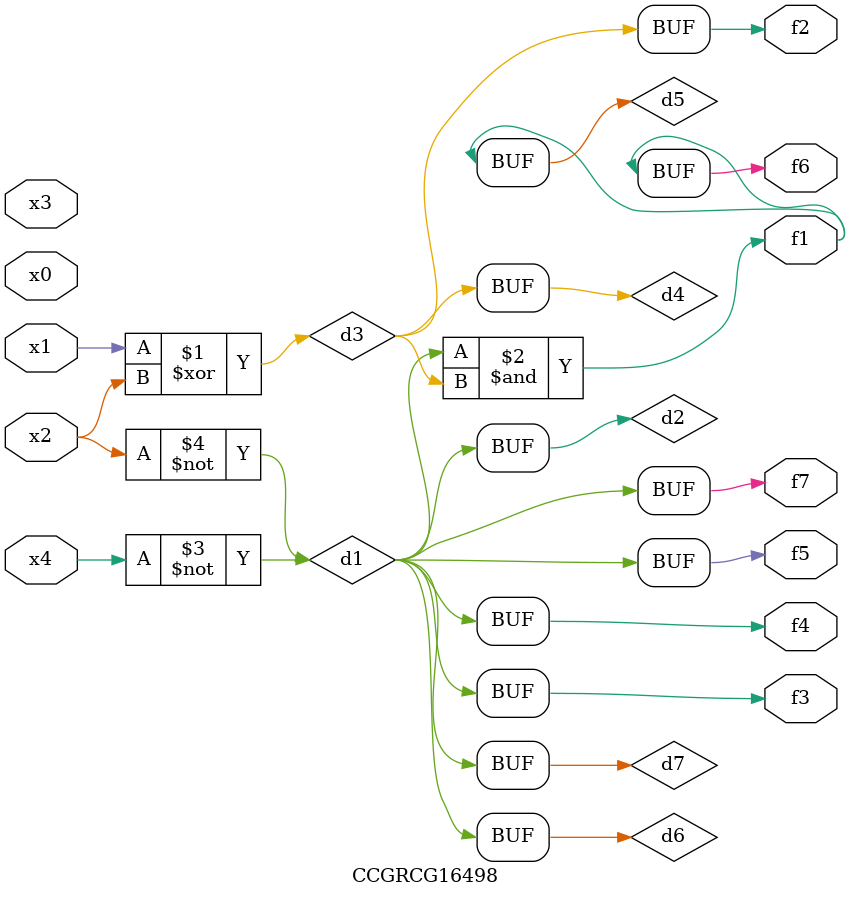
<source format=v>
module CCGRCG16498(
	input x0, x1, x2, x3, x4,
	output f1, f2, f3, f4, f5, f6, f7
);

	wire d1, d2, d3, d4, d5, d6, d7;

	not (d1, x4);
	not (d2, x2);
	xor (d3, x1, x2);
	buf (d4, d3);
	and (d5, d1, d3);
	buf (d6, d1, d2);
	buf (d7, d2);
	assign f1 = d5;
	assign f2 = d4;
	assign f3 = d7;
	assign f4 = d7;
	assign f5 = d7;
	assign f6 = d5;
	assign f7 = d7;
endmodule

</source>
